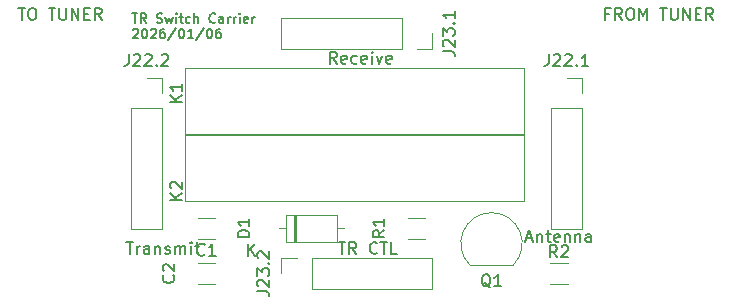
<source format=gbr>
%TF.GenerationSoftware,KiCad,Pcbnew,9.0.6*%
%TF.CreationDate,2026-01-07T20:23:40-06:00*%
%TF.ProjectId,K9HZ_100W_11band_LPF-TR-carrier_01_06_26,4b39485a-5f31-4303-9057-5f313162616e,rev?*%
%TF.SameCoordinates,Original*%
%TF.FileFunction,Legend,Top*%
%TF.FilePolarity,Positive*%
%FSLAX46Y46*%
G04 Gerber Fmt 4.6, Leading zero omitted, Abs format (unit mm)*
G04 Created by KiCad (PCBNEW 9.0.6) date 2026-01-07 20:23:40*
%MOMM*%
%LPD*%
G01*
G04 APERTURE LIST*
%ADD10C,0.150000*%
%ADD11C,0.120000*%
G04 APERTURE END LIST*
D10*
X72583922Y-96405819D02*
X73155350Y-96405819D01*
X72869636Y-97405819D02*
X72869636Y-96405819D01*
X73488684Y-97405819D02*
X73488684Y-96739152D01*
X73488684Y-96929628D02*
X73536303Y-96834390D01*
X73536303Y-96834390D02*
X73583922Y-96786771D01*
X73583922Y-96786771D02*
X73679160Y-96739152D01*
X73679160Y-96739152D02*
X73774398Y-96739152D01*
X74536303Y-97405819D02*
X74536303Y-96882009D01*
X74536303Y-96882009D02*
X74488684Y-96786771D01*
X74488684Y-96786771D02*
X74393446Y-96739152D01*
X74393446Y-96739152D02*
X74202970Y-96739152D01*
X74202970Y-96739152D02*
X74107732Y-96786771D01*
X74536303Y-97358200D02*
X74441065Y-97405819D01*
X74441065Y-97405819D02*
X74202970Y-97405819D01*
X74202970Y-97405819D02*
X74107732Y-97358200D01*
X74107732Y-97358200D02*
X74060113Y-97262961D01*
X74060113Y-97262961D02*
X74060113Y-97167723D01*
X74060113Y-97167723D02*
X74107732Y-97072485D01*
X74107732Y-97072485D02*
X74202970Y-97024866D01*
X74202970Y-97024866D02*
X74441065Y-97024866D01*
X74441065Y-97024866D02*
X74536303Y-96977247D01*
X75012494Y-96739152D02*
X75012494Y-97405819D01*
X75012494Y-96834390D02*
X75060113Y-96786771D01*
X75060113Y-96786771D02*
X75155351Y-96739152D01*
X75155351Y-96739152D02*
X75298208Y-96739152D01*
X75298208Y-96739152D02*
X75393446Y-96786771D01*
X75393446Y-96786771D02*
X75441065Y-96882009D01*
X75441065Y-96882009D02*
X75441065Y-97405819D01*
X75869637Y-97358200D02*
X75964875Y-97405819D01*
X75964875Y-97405819D02*
X76155351Y-97405819D01*
X76155351Y-97405819D02*
X76250589Y-97358200D01*
X76250589Y-97358200D02*
X76298208Y-97262961D01*
X76298208Y-97262961D02*
X76298208Y-97215342D01*
X76298208Y-97215342D02*
X76250589Y-97120104D01*
X76250589Y-97120104D02*
X76155351Y-97072485D01*
X76155351Y-97072485D02*
X76012494Y-97072485D01*
X76012494Y-97072485D02*
X75917256Y-97024866D01*
X75917256Y-97024866D02*
X75869637Y-96929628D01*
X75869637Y-96929628D02*
X75869637Y-96882009D01*
X75869637Y-96882009D02*
X75917256Y-96786771D01*
X75917256Y-96786771D02*
X76012494Y-96739152D01*
X76012494Y-96739152D02*
X76155351Y-96739152D01*
X76155351Y-96739152D02*
X76250589Y-96786771D01*
X76726780Y-97405819D02*
X76726780Y-96739152D01*
X76726780Y-96834390D02*
X76774399Y-96786771D01*
X76774399Y-96786771D02*
X76869637Y-96739152D01*
X76869637Y-96739152D02*
X77012494Y-96739152D01*
X77012494Y-96739152D02*
X77107732Y-96786771D01*
X77107732Y-96786771D02*
X77155351Y-96882009D01*
X77155351Y-96882009D02*
X77155351Y-97405819D01*
X77155351Y-96882009D02*
X77202970Y-96786771D01*
X77202970Y-96786771D02*
X77298208Y-96739152D01*
X77298208Y-96739152D02*
X77441065Y-96739152D01*
X77441065Y-96739152D02*
X77536304Y-96786771D01*
X77536304Y-96786771D02*
X77583923Y-96882009D01*
X77583923Y-96882009D02*
X77583923Y-97405819D01*
X78060113Y-97405819D02*
X78060113Y-96739152D01*
X78060113Y-96405819D02*
X78012494Y-96453438D01*
X78012494Y-96453438D02*
X78060113Y-96501057D01*
X78060113Y-96501057D02*
X78107732Y-96453438D01*
X78107732Y-96453438D02*
X78060113Y-96405819D01*
X78060113Y-96405819D02*
X78060113Y-96501057D01*
X78393446Y-96739152D02*
X78774398Y-96739152D01*
X78536303Y-96405819D02*
X78536303Y-97262961D01*
X78536303Y-97262961D02*
X78583922Y-97358200D01*
X78583922Y-97358200D02*
X78679160Y-97405819D01*
X78679160Y-97405819D02*
X78774398Y-97405819D01*
X90392407Y-81302219D02*
X90059074Y-80826028D01*
X89820979Y-81302219D02*
X89820979Y-80302219D01*
X89820979Y-80302219D02*
X90201931Y-80302219D01*
X90201931Y-80302219D02*
X90297169Y-80349838D01*
X90297169Y-80349838D02*
X90344788Y-80397457D01*
X90344788Y-80397457D02*
X90392407Y-80492695D01*
X90392407Y-80492695D02*
X90392407Y-80635552D01*
X90392407Y-80635552D02*
X90344788Y-80730790D01*
X90344788Y-80730790D02*
X90297169Y-80778409D01*
X90297169Y-80778409D02*
X90201931Y-80826028D01*
X90201931Y-80826028D02*
X89820979Y-80826028D01*
X91201931Y-81254600D02*
X91106693Y-81302219D01*
X91106693Y-81302219D02*
X90916217Y-81302219D01*
X90916217Y-81302219D02*
X90820979Y-81254600D01*
X90820979Y-81254600D02*
X90773360Y-81159361D01*
X90773360Y-81159361D02*
X90773360Y-80778409D01*
X90773360Y-80778409D02*
X90820979Y-80683171D01*
X90820979Y-80683171D02*
X90916217Y-80635552D01*
X90916217Y-80635552D02*
X91106693Y-80635552D01*
X91106693Y-80635552D02*
X91201931Y-80683171D01*
X91201931Y-80683171D02*
X91249550Y-80778409D01*
X91249550Y-80778409D02*
X91249550Y-80873647D01*
X91249550Y-80873647D02*
X90773360Y-80968885D01*
X92106693Y-81254600D02*
X92011455Y-81302219D01*
X92011455Y-81302219D02*
X91820979Y-81302219D01*
X91820979Y-81302219D02*
X91725741Y-81254600D01*
X91725741Y-81254600D02*
X91678122Y-81206980D01*
X91678122Y-81206980D02*
X91630503Y-81111742D01*
X91630503Y-81111742D02*
X91630503Y-80826028D01*
X91630503Y-80826028D02*
X91678122Y-80730790D01*
X91678122Y-80730790D02*
X91725741Y-80683171D01*
X91725741Y-80683171D02*
X91820979Y-80635552D01*
X91820979Y-80635552D02*
X92011455Y-80635552D01*
X92011455Y-80635552D02*
X92106693Y-80683171D01*
X92916217Y-81254600D02*
X92820979Y-81302219D01*
X92820979Y-81302219D02*
X92630503Y-81302219D01*
X92630503Y-81302219D02*
X92535265Y-81254600D01*
X92535265Y-81254600D02*
X92487646Y-81159361D01*
X92487646Y-81159361D02*
X92487646Y-80778409D01*
X92487646Y-80778409D02*
X92535265Y-80683171D01*
X92535265Y-80683171D02*
X92630503Y-80635552D01*
X92630503Y-80635552D02*
X92820979Y-80635552D01*
X92820979Y-80635552D02*
X92916217Y-80683171D01*
X92916217Y-80683171D02*
X92963836Y-80778409D01*
X92963836Y-80778409D02*
X92963836Y-80873647D01*
X92963836Y-80873647D02*
X92487646Y-80968885D01*
X93392408Y-81302219D02*
X93392408Y-80635552D01*
X93392408Y-80302219D02*
X93344789Y-80349838D01*
X93344789Y-80349838D02*
X93392408Y-80397457D01*
X93392408Y-80397457D02*
X93440027Y-80349838D01*
X93440027Y-80349838D02*
X93392408Y-80302219D01*
X93392408Y-80302219D02*
X93392408Y-80397457D01*
X93773360Y-80635552D02*
X94011455Y-81302219D01*
X94011455Y-81302219D02*
X94249550Y-80635552D01*
X95011455Y-81254600D02*
X94916217Y-81302219D01*
X94916217Y-81302219D02*
X94725741Y-81302219D01*
X94725741Y-81302219D02*
X94630503Y-81254600D01*
X94630503Y-81254600D02*
X94582884Y-81159361D01*
X94582884Y-81159361D02*
X94582884Y-80778409D01*
X94582884Y-80778409D02*
X94630503Y-80683171D01*
X94630503Y-80683171D02*
X94725741Y-80635552D01*
X94725741Y-80635552D02*
X94916217Y-80635552D01*
X94916217Y-80635552D02*
X95011455Y-80683171D01*
X95011455Y-80683171D02*
X95059074Y-80778409D01*
X95059074Y-80778409D02*
X95059074Y-80873647D01*
X95059074Y-80873647D02*
X94582884Y-80968885D01*
X106461160Y-96104104D02*
X106937350Y-96104104D01*
X106365922Y-96389819D02*
X106699255Y-95389819D01*
X106699255Y-95389819D02*
X107032588Y-96389819D01*
X107365922Y-95723152D02*
X107365922Y-96389819D01*
X107365922Y-95818390D02*
X107413541Y-95770771D01*
X107413541Y-95770771D02*
X107508779Y-95723152D01*
X107508779Y-95723152D02*
X107651636Y-95723152D01*
X107651636Y-95723152D02*
X107746874Y-95770771D01*
X107746874Y-95770771D02*
X107794493Y-95866009D01*
X107794493Y-95866009D02*
X107794493Y-96389819D01*
X108127827Y-95723152D02*
X108508779Y-95723152D01*
X108270684Y-95389819D02*
X108270684Y-96246961D01*
X108270684Y-96246961D02*
X108318303Y-96342200D01*
X108318303Y-96342200D02*
X108413541Y-96389819D01*
X108413541Y-96389819D02*
X108508779Y-96389819D01*
X109223065Y-96342200D02*
X109127827Y-96389819D01*
X109127827Y-96389819D02*
X108937351Y-96389819D01*
X108937351Y-96389819D02*
X108842113Y-96342200D01*
X108842113Y-96342200D02*
X108794494Y-96246961D01*
X108794494Y-96246961D02*
X108794494Y-95866009D01*
X108794494Y-95866009D02*
X108842113Y-95770771D01*
X108842113Y-95770771D02*
X108937351Y-95723152D01*
X108937351Y-95723152D02*
X109127827Y-95723152D01*
X109127827Y-95723152D02*
X109223065Y-95770771D01*
X109223065Y-95770771D02*
X109270684Y-95866009D01*
X109270684Y-95866009D02*
X109270684Y-95961247D01*
X109270684Y-95961247D02*
X108794494Y-96056485D01*
X109699256Y-95723152D02*
X109699256Y-96389819D01*
X109699256Y-95818390D02*
X109746875Y-95770771D01*
X109746875Y-95770771D02*
X109842113Y-95723152D01*
X109842113Y-95723152D02*
X109984970Y-95723152D01*
X109984970Y-95723152D02*
X110080208Y-95770771D01*
X110080208Y-95770771D02*
X110127827Y-95866009D01*
X110127827Y-95866009D02*
X110127827Y-96389819D01*
X110604018Y-95723152D02*
X110604018Y-96389819D01*
X110604018Y-95818390D02*
X110651637Y-95770771D01*
X110651637Y-95770771D02*
X110746875Y-95723152D01*
X110746875Y-95723152D02*
X110889732Y-95723152D01*
X110889732Y-95723152D02*
X110984970Y-95770771D01*
X110984970Y-95770771D02*
X111032589Y-95866009D01*
X111032589Y-95866009D02*
X111032589Y-96389819D01*
X111937351Y-96389819D02*
X111937351Y-95866009D01*
X111937351Y-95866009D02*
X111889732Y-95770771D01*
X111889732Y-95770771D02*
X111794494Y-95723152D01*
X111794494Y-95723152D02*
X111604018Y-95723152D01*
X111604018Y-95723152D02*
X111508780Y-95770771D01*
X111937351Y-96342200D02*
X111842113Y-96389819D01*
X111842113Y-96389819D02*
X111604018Y-96389819D01*
X111604018Y-96389819D02*
X111508780Y-96342200D01*
X111508780Y-96342200D02*
X111461161Y-96246961D01*
X111461161Y-96246961D02*
X111461161Y-96151723D01*
X111461161Y-96151723D02*
X111508780Y-96056485D01*
X111508780Y-96056485D02*
X111604018Y-96008866D01*
X111604018Y-96008866D02*
X111842113Y-96008866D01*
X111842113Y-96008866D02*
X111937351Y-95961247D01*
X113446112Y-77070009D02*
X113112779Y-77070009D01*
X113112779Y-77593819D02*
X113112779Y-76593819D01*
X113112779Y-76593819D02*
X113588969Y-76593819D01*
X114541350Y-77593819D02*
X114208017Y-77117628D01*
X113969922Y-77593819D02*
X113969922Y-76593819D01*
X113969922Y-76593819D02*
X114350874Y-76593819D01*
X114350874Y-76593819D02*
X114446112Y-76641438D01*
X114446112Y-76641438D02*
X114493731Y-76689057D01*
X114493731Y-76689057D02*
X114541350Y-76784295D01*
X114541350Y-76784295D02*
X114541350Y-76927152D01*
X114541350Y-76927152D02*
X114493731Y-77022390D01*
X114493731Y-77022390D02*
X114446112Y-77070009D01*
X114446112Y-77070009D02*
X114350874Y-77117628D01*
X114350874Y-77117628D02*
X113969922Y-77117628D01*
X115160398Y-76593819D02*
X115350874Y-76593819D01*
X115350874Y-76593819D02*
X115446112Y-76641438D01*
X115446112Y-76641438D02*
X115541350Y-76736676D01*
X115541350Y-76736676D02*
X115588969Y-76927152D01*
X115588969Y-76927152D02*
X115588969Y-77260485D01*
X115588969Y-77260485D02*
X115541350Y-77450961D01*
X115541350Y-77450961D02*
X115446112Y-77546200D01*
X115446112Y-77546200D02*
X115350874Y-77593819D01*
X115350874Y-77593819D02*
X115160398Y-77593819D01*
X115160398Y-77593819D02*
X115065160Y-77546200D01*
X115065160Y-77546200D02*
X114969922Y-77450961D01*
X114969922Y-77450961D02*
X114922303Y-77260485D01*
X114922303Y-77260485D02*
X114922303Y-76927152D01*
X114922303Y-76927152D02*
X114969922Y-76736676D01*
X114969922Y-76736676D02*
X115065160Y-76641438D01*
X115065160Y-76641438D02*
X115160398Y-76593819D01*
X116017541Y-77593819D02*
X116017541Y-76593819D01*
X116017541Y-76593819D02*
X116350874Y-77308104D01*
X116350874Y-77308104D02*
X116684207Y-76593819D01*
X116684207Y-76593819D02*
X116684207Y-77593819D01*
X117779446Y-76593819D02*
X118350874Y-76593819D01*
X118065160Y-77593819D02*
X118065160Y-76593819D01*
X118684208Y-76593819D02*
X118684208Y-77403342D01*
X118684208Y-77403342D02*
X118731827Y-77498580D01*
X118731827Y-77498580D02*
X118779446Y-77546200D01*
X118779446Y-77546200D02*
X118874684Y-77593819D01*
X118874684Y-77593819D02*
X119065160Y-77593819D01*
X119065160Y-77593819D02*
X119160398Y-77546200D01*
X119160398Y-77546200D02*
X119208017Y-77498580D01*
X119208017Y-77498580D02*
X119255636Y-77403342D01*
X119255636Y-77403342D02*
X119255636Y-76593819D01*
X119731827Y-77593819D02*
X119731827Y-76593819D01*
X119731827Y-76593819D02*
X120303255Y-77593819D01*
X120303255Y-77593819D02*
X120303255Y-76593819D01*
X120779446Y-77070009D02*
X121112779Y-77070009D01*
X121255636Y-77593819D02*
X120779446Y-77593819D01*
X120779446Y-77593819D02*
X120779446Y-76593819D01*
X120779446Y-76593819D02*
X121255636Y-76593819D01*
X122255636Y-77593819D02*
X121922303Y-77117628D01*
X121684208Y-77593819D02*
X121684208Y-76593819D01*
X121684208Y-76593819D02*
X122065160Y-76593819D01*
X122065160Y-76593819D02*
X122160398Y-76641438D01*
X122160398Y-76641438D02*
X122208017Y-76689057D01*
X122208017Y-76689057D02*
X122255636Y-76784295D01*
X122255636Y-76784295D02*
X122255636Y-76927152D01*
X122255636Y-76927152D02*
X122208017Y-77022390D01*
X122208017Y-77022390D02*
X122160398Y-77070009D01*
X122160398Y-77070009D02*
X122065160Y-77117628D01*
X122065160Y-77117628D02*
X121684208Y-77117628D01*
X90567122Y-96405819D02*
X91138550Y-96405819D01*
X90852836Y-97405819D02*
X90852836Y-96405819D01*
X92043312Y-97405819D02*
X91709979Y-96929628D01*
X91471884Y-97405819D02*
X91471884Y-96405819D01*
X91471884Y-96405819D02*
X91852836Y-96405819D01*
X91852836Y-96405819D02*
X91948074Y-96453438D01*
X91948074Y-96453438D02*
X91995693Y-96501057D01*
X91995693Y-96501057D02*
X92043312Y-96596295D01*
X92043312Y-96596295D02*
X92043312Y-96739152D01*
X92043312Y-96739152D02*
X91995693Y-96834390D01*
X91995693Y-96834390D02*
X91948074Y-96882009D01*
X91948074Y-96882009D02*
X91852836Y-96929628D01*
X91852836Y-96929628D02*
X91471884Y-96929628D01*
X93805217Y-97310580D02*
X93757598Y-97358200D01*
X93757598Y-97358200D02*
X93614741Y-97405819D01*
X93614741Y-97405819D02*
X93519503Y-97405819D01*
X93519503Y-97405819D02*
X93376646Y-97358200D01*
X93376646Y-97358200D02*
X93281408Y-97262961D01*
X93281408Y-97262961D02*
X93233789Y-97167723D01*
X93233789Y-97167723D02*
X93186170Y-96977247D01*
X93186170Y-96977247D02*
X93186170Y-96834390D01*
X93186170Y-96834390D02*
X93233789Y-96643914D01*
X93233789Y-96643914D02*
X93281408Y-96548676D01*
X93281408Y-96548676D02*
X93376646Y-96453438D01*
X93376646Y-96453438D02*
X93519503Y-96405819D01*
X93519503Y-96405819D02*
X93614741Y-96405819D01*
X93614741Y-96405819D02*
X93757598Y-96453438D01*
X93757598Y-96453438D02*
X93805217Y-96501057D01*
X94090932Y-96405819D02*
X94662360Y-96405819D01*
X94376646Y-97405819D02*
X94376646Y-96405819D01*
X95471884Y-97405819D02*
X94995694Y-97405819D01*
X94995694Y-97405819D02*
X94995694Y-96405819D01*
X63439922Y-76593819D02*
X64011350Y-76593819D01*
X63725636Y-77593819D02*
X63725636Y-76593819D01*
X64535160Y-76593819D02*
X64725636Y-76593819D01*
X64725636Y-76593819D02*
X64820874Y-76641438D01*
X64820874Y-76641438D02*
X64916112Y-76736676D01*
X64916112Y-76736676D02*
X64963731Y-76927152D01*
X64963731Y-76927152D02*
X64963731Y-77260485D01*
X64963731Y-77260485D02*
X64916112Y-77450961D01*
X64916112Y-77450961D02*
X64820874Y-77546200D01*
X64820874Y-77546200D02*
X64725636Y-77593819D01*
X64725636Y-77593819D02*
X64535160Y-77593819D01*
X64535160Y-77593819D02*
X64439922Y-77546200D01*
X64439922Y-77546200D02*
X64344684Y-77450961D01*
X64344684Y-77450961D02*
X64297065Y-77260485D01*
X64297065Y-77260485D02*
X64297065Y-76927152D01*
X64297065Y-76927152D02*
X64344684Y-76736676D01*
X64344684Y-76736676D02*
X64439922Y-76641438D01*
X64439922Y-76641438D02*
X64535160Y-76593819D01*
X66011351Y-76593819D02*
X66582779Y-76593819D01*
X66297065Y-77593819D02*
X66297065Y-76593819D01*
X66916113Y-76593819D02*
X66916113Y-77403342D01*
X66916113Y-77403342D02*
X66963732Y-77498580D01*
X66963732Y-77498580D02*
X67011351Y-77546200D01*
X67011351Y-77546200D02*
X67106589Y-77593819D01*
X67106589Y-77593819D02*
X67297065Y-77593819D01*
X67297065Y-77593819D02*
X67392303Y-77546200D01*
X67392303Y-77546200D02*
X67439922Y-77498580D01*
X67439922Y-77498580D02*
X67487541Y-77403342D01*
X67487541Y-77403342D02*
X67487541Y-76593819D01*
X67963732Y-77593819D02*
X67963732Y-76593819D01*
X67963732Y-76593819D02*
X68535160Y-77593819D01*
X68535160Y-77593819D02*
X68535160Y-76593819D01*
X69011351Y-77070009D02*
X69344684Y-77070009D01*
X69487541Y-77593819D02*
X69011351Y-77593819D01*
X69011351Y-77593819D02*
X69011351Y-76593819D01*
X69011351Y-76593819D02*
X69487541Y-76593819D01*
X70487541Y-77593819D02*
X70154208Y-77117628D01*
X69916113Y-77593819D02*
X69916113Y-76593819D01*
X69916113Y-76593819D02*
X70297065Y-76593819D01*
X70297065Y-76593819D02*
X70392303Y-76641438D01*
X70392303Y-76641438D02*
X70439922Y-76689057D01*
X70439922Y-76689057D02*
X70487541Y-76784295D01*
X70487541Y-76784295D02*
X70487541Y-76927152D01*
X70487541Y-76927152D02*
X70439922Y-77022390D01*
X70439922Y-77022390D02*
X70392303Y-77070009D01*
X70392303Y-77070009D02*
X70297065Y-77117628D01*
X70297065Y-77117628D02*
X69916113Y-77117628D01*
X73072874Y-77054340D02*
X73530017Y-77054340D01*
X73301445Y-77854340D02*
X73301445Y-77054340D01*
X74253827Y-77854340D02*
X73987160Y-77473387D01*
X73796684Y-77854340D02*
X73796684Y-77054340D01*
X73796684Y-77054340D02*
X74101446Y-77054340D01*
X74101446Y-77054340D02*
X74177636Y-77092435D01*
X74177636Y-77092435D02*
X74215731Y-77130530D01*
X74215731Y-77130530D02*
X74253827Y-77206721D01*
X74253827Y-77206721D02*
X74253827Y-77321006D01*
X74253827Y-77321006D02*
X74215731Y-77397197D01*
X74215731Y-77397197D02*
X74177636Y-77435292D01*
X74177636Y-77435292D02*
X74101446Y-77473387D01*
X74101446Y-77473387D02*
X73796684Y-77473387D01*
X75168112Y-77816245D02*
X75282398Y-77854340D01*
X75282398Y-77854340D02*
X75472874Y-77854340D01*
X75472874Y-77854340D02*
X75549065Y-77816245D01*
X75549065Y-77816245D02*
X75587160Y-77778149D01*
X75587160Y-77778149D02*
X75625255Y-77701959D01*
X75625255Y-77701959D02*
X75625255Y-77625768D01*
X75625255Y-77625768D02*
X75587160Y-77549578D01*
X75587160Y-77549578D02*
X75549065Y-77511483D01*
X75549065Y-77511483D02*
X75472874Y-77473387D01*
X75472874Y-77473387D02*
X75320493Y-77435292D01*
X75320493Y-77435292D02*
X75244303Y-77397197D01*
X75244303Y-77397197D02*
X75206208Y-77359102D01*
X75206208Y-77359102D02*
X75168112Y-77282911D01*
X75168112Y-77282911D02*
X75168112Y-77206721D01*
X75168112Y-77206721D02*
X75206208Y-77130530D01*
X75206208Y-77130530D02*
X75244303Y-77092435D01*
X75244303Y-77092435D02*
X75320493Y-77054340D01*
X75320493Y-77054340D02*
X75510970Y-77054340D01*
X75510970Y-77054340D02*
X75625255Y-77092435D01*
X75891922Y-77321006D02*
X76044303Y-77854340D01*
X76044303Y-77854340D02*
X76196684Y-77473387D01*
X76196684Y-77473387D02*
X76349065Y-77854340D01*
X76349065Y-77854340D02*
X76501446Y-77321006D01*
X76806208Y-77854340D02*
X76806208Y-77321006D01*
X76806208Y-77054340D02*
X76768112Y-77092435D01*
X76768112Y-77092435D02*
X76806208Y-77130530D01*
X76806208Y-77130530D02*
X76844303Y-77092435D01*
X76844303Y-77092435D02*
X76806208Y-77054340D01*
X76806208Y-77054340D02*
X76806208Y-77130530D01*
X77072874Y-77321006D02*
X77377636Y-77321006D01*
X77187160Y-77054340D02*
X77187160Y-77740054D01*
X77187160Y-77740054D02*
X77225255Y-77816245D01*
X77225255Y-77816245D02*
X77301445Y-77854340D01*
X77301445Y-77854340D02*
X77377636Y-77854340D01*
X77987160Y-77816245D02*
X77910969Y-77854340D01*
X77910969Y-77854340D02*
X77758588Y-77854340D01*
X77758588Y-77854340D02*
X77682398Y-77816245D01*
X77682398Y-77816245D02*
X77644303Y-77778149D01*
X77644303Y-77778149D02*
X77606207Y-77701959D01*
X77606207Y-77701959D02*
X77606207Y-77473387D01*
X77606207Y-77473387D02*
X77644303Y-77397197D01*
X77644303Y-77397197D02*
X77682398Y-77359102D01*
X77682398Y-77359102D02*
X77758588Y-77321006D01*
X77758588Y-77321006D02*
X77910969Y-77321006D01*
X77910969Y-77321006D02*
X77987160Y-77359102D01*
X78330017Y-77854340D02*
X78330017Y-77054340D01*
X78672874Y-77854340D02*
X78672874Y-77435292D01*
X78672874Y-77435292D02*
X78634779Y-77359102D01*
X78634779Y-77359102D02*
X78558588Y-77321006D01*
X78558588Y-77321006D02*
X78444302Y-77321006D01*
X78444302Y-77321006D02*
X78368112Y-77359102D01*
X78368112Y-77359102D02*
X78330017Y-77397197D01*
X80120494Y-77778149D02*
X80082398Y-77816245D01*
X80082398Y-77816245D02*
X79968113Y-77854340D01*
X79968113Y-77854340D02*
X79891922Y-77854340D01*
X79891922Y-77854340D02*
X79777636Y-77816245D01*
X79777636Y-77816245D02*
X79701446Y-77740054D01*
X79701446Y-77740054D02*
X79663351Y-77663864D01*
X79663351Y-77663864D02*
X79625255Y-77511483D01*
X79625255Y-77511483D02*
X79625255Y-77397197D01*
X79625255Y-77397197D02*
X79663351Y-77244816D01*
X79663351Y-77244816D02*
X79701446Y-77168625D01*
X79701446Y-77168625D02*
X79777636Y-77092435D01*
X79777636Y-77092435D02*
X79891922Y-77054340D01*
X79891922Y-77054340D02*
X79968113Y-77054340D01*
X79968113Y-77054340D02*
X80082398Y-77092435D01*
X80082398Y-77092435D02*
X80120494Y-77130530D01*
X80806208Y-77854340D02*
X80806208Y-77435292D01*
X80806208Y-77435292D02*
X80768113Y-77359102D01*
X80768113Y-77359102D02*
X80691922Y-77321006D01*
X80691922Y-77321006D02*
X80539541Y-77321006D01*
X80539541Y-77321006D02*
X80463351Y-77359102D01*
X80806208Y-77816245D02*
X80730017Y-77854340D01*
X80730017Y-77854340D02*
X80539541Y-77854340D01*
X80539541Y-77854340D02*
X80463351Y-77816245D01*
X80463351Y-77816245D02*
X80425255Y-77740054D01*
X80425255Y-77740054D02*
X80425255Y-77663864D01*
X80425255Y-77663864D02*
X80463351Y-77587673D01*
X80463351Y-77587673D02*
X80539541Y-77549578D01*
X80539541Y-77549578D02*
X80730017Y-77549578D01*
X80730017Y-77549578D02*
X80806208Y-77511483D01*
X81187161Y-77854340D02*
X81187161Y-77321006D01*
X81187161Y-77473387D02*
X81225256Y-77397197D01*
X81225256Y-77397197D02*
X81263351Y-77359102D01*
X81263351Y-77359102D02*
X81339542Y-77321006D01*
X81339542Y-77321006D02*
X81415732Y-77321006D01*
X81682399Y-77854340D02*
X81682399Y-77321006D01*
X81682399Y-77473387D02*
X81720494Y-77397197D01*
X81720494Y-77397197D02*
X81758589Y-77359102D01*
X81758589Y-77359102D02*
X81834780Y-77321006D01*
X81834780Y-77321006D02*
X81910970Y-77321006D01*
X82177637Y-77854340D02*
X82177637Y-77321006D01*
X82177637Y-77054340D02*
X82139541Y-77092435D01*
X82139541Y-77092435D02*
X82177637Y-77130530D01*
X82177637Y-77130530D02*
X82215732Y-77092435D01*
X82215732Y-77092435D02*
X82177637Y-77054340D01*
X82177637Y-77054340D02*
X82177637Y-77130530D01*
X82863351Y-77816245D02*
X82787160Y-77854340D01*
X82787160Y-77854340D02*
X82634779Y-77854340D01*
X82634779Y-77854340D02*
X82558589Y-77816245D01*
X82558589Y-77816245D02*
X82520493Y-77740054D01*
X82520493Y-77740054D02*
X82520493Y-77435292D01*
X82520493Y-77435292D02*
X82558589Y-77359102D01*
X82558589Y-77359102D02*
X82634779Y-77321006D01*
X82634779Y-77321006D02*
X82787160Y-77321006D01*
X82787160Y-77321006D02*
X82863351Y-77359102D01*
X82863351Y-77359102D02*
X82901446Y-77435292D01*
X82901446Y-77435292D02*
X82901446Y-77511483D01*
X82901446Y-77511483D02*
X82520493Y-77587673D01*
X83244303Y-77854340D02*
X83244303Y-77321006D01*
X83244303Y-77473387D02*
X83282398Y-77397197D01*
X83282398Y-77397197D02*
X83320493Y-77359102D01*
X83320493Y-77359102D02*
X83396684Y-77321006D01*
X83396684Y-77321006D02*
X83472874Y-77321006D01*
X73149064Y-78418485D02*
X73187160Y-78380390D01*
X73187160Y-78380390D02*
X73263350Y-78342295D01*
X73263350Y-78342295D02*
X73453826Y-78342295D01*
X73453826Y-78342295D02*
X73530017Y-78380390D01*
X73530017Y-78380390D02*
X73568112Y-78418485D01*
X73568112Y-78418485D02*
X73606207Y-78494676D01*
X73606207Y-78494676D02*
X73606207Y-78570866D01*
X73606207Y-78570866D02*
X73568112Y-78685152D01*
X73568112Y-78685152D02*
X73110969Y-79142295D01*
X73110969Y-79142295D02*
X73606207Y-79142295D01*
X74101446Y-78342295D02*
X74177636Y-78342295D01*
X74177636Y-78342295D02*
X74253827Y-78380390D01*
X74253827Y-78380390D02*
X74291922Y-78418485D01*
X74291922Y-78418485D02*
X74330017Y-78494676D01*
X74330017Y-78494676D02*
X74368112Y-78647057D01*
X74368112Y-78647057D02*
X74368112Y-78837533D01*
X74368112Y-78837533D02*
X74330017Y-78989914D01*
X74330017Y-78989914D02*
X74291922Y-79066104D01*
X74291922Y-79066104D02*
X74253827Y-79104200D01*
X74253827Y-79104200D02*
X74177636Y-79142295D01*
X74177636Y-79142295D02*
X74101446Y-79142295D01*
X74101446Y-79142295D02*
X74025255Y-79104200D01*
X74025255Y-79104200D02*
X73987160Y-79066104D01*
X73987160Y-79066104D02*
X73949065Y-78989914D01*
X73949065Y-78989914D02*
X73910969Y-78837533D01*
X73910969Y-78837533D02*
X73910969Y-78647057D01*
X73910969Y-78647057D02*
X73949065Y-78494676D01*
X73949065Y-78494676D02*
X73987160Y-78418485D01*
X73987160Y-78418485D02*
X74025255Y-78380390D01*
X74025255Y-78380390D02*
X74101446Y-78342295D01*
X74672874Y-78418485D02*
X74710970Y-78380390D01*
X74710970Y-78380390D02*
X74787160Y-78342295D01*
X74787160Y-78342295D02*
X74977636Y-78342295D01*
X74977636Y-78342295D02*
X75053827Y-78380390D01*
X75053827Y-78380390D02*
X75091922Y-78418485D01*
X75091922Y-78418485D02*
X75130017Y-78494676D01*
X75130017Y-78494676D02*
X75130017Y-78570866D01*
X75130017Y-78570866D02*
X75091922Y-78685152D01*
X75091922Y-78685152D02*
X74634779Y-79142295D01*
X74634779Y-79142295D02*
X75130017Y-79142295D01*
X75815732Y-78342295D02*
X75663351Y-78342295D01*
X75663351Y-78342295D02*
X75587160Y-78380390D01*
X75587160Y-78380390D02*
X75549065Y-78418485D01*
X75549065Y-78418485D02*
X75472875Y-78532771D01*
X75472875Y-78532771D02*
X75434779Y-78685152D01*
X75434779Y-78685152D02*
X75434779Y-78989914D01*
X75434779Y-78989914D02*
X75472875Y-79066104D01*
X75472875Y-79066104D02*
X75510970Y-79104200D01*
X75510970Y-79104200D02*
X75587160Y-79142295D01*
X75587160Y-79142295D02*
X75739541Y-79142295D01*
X75739541Y-79142295D02*
X75815732Y-79104200D01*
X75815732Y-79104200D02*
X75853827Y-79066104D01*
X75853827Y-79066104D02*
X75891922Y-78989914D01*
X75891922Y-78989914D02*
X75891922Y-78799438D01*
X75891922Y-78799438D02*
X75853827Y-78723247D01*
X75853827Y-78723247D02*
X75815732Y-78685152D01*
X75815732Y-78685152D02*
X75739541Y-78647057D01*
X75739541Y-78647057D02*
X75587160Y-78647057D01*
X75587160Y-78647057D02*
X75510970Y-78685152D01*
X75510970Y-78685152D02*
X75472875Y-78723247D01*
X75472875Y-78723247D02*
X75434779Y-78799438D01*
X76806208Y-78304200D02*
X76120494Y-79332771D01*
X77225256Y-78342295D02*
X77301446Y-78342295D01*
X77301446Y-78342295D02*
X77377637Y-78380390D01*
X77377637Y-78380390D02*
X77415732Y-78418485D01*
X77415732Y-78418485D02*
X77453827Y-78494676D01*
X77453827Y-78494676D02*
X77491922Y-78647057D01*
X77491922Y-78647057D02*
X77491922Y-78837533D01*
X77491922Y-78837533D02*
X77453827Y-78989914D01*
X77453827Y-78989914D02*
X77415732Y-79066104D01*
X77415732Y-79066104D02*
X77377637Y-79104200D01*
X77377637Y-79104200D02*
X77301446Y-79142295D01*
X77301446Y-79142295D02*
X77225256Y-79142295D01*
X77225256Y-79142295D02*
X77149065Y-79104200D01*
X77149065Y-79104200D02*
X77110970Y-79066104D01*
X77110970Y-79066104D02*
X77072875Y-78989914D01*
X77072875Y-78989914D02*
X77034779Y-78837533D01*
X77034779Y-78837533D02*
X77034779Y-78647057D01*
X77034779Y-78647057D02*
X77072875Y-78494676D01*
X77072875Y-78494676D02*
X77110970Y-78418485D01*
X77110970Y-78418485D02*
X77149065Y-78380390D01*
X77149065Y-78380390D02*
X77225256Y-78342295D01*
X78253827Y-79142295D02*
X77796684Y-79142295D01*
X78025256Y-79142295D02*
X78025256Y-78342295D01*
X78025256Y-78342295D02*
X77949065Y-78456580D01*
X77949065Y-78456580D02*
X77872875Y-78532771D01*
X77872875Y-78532771D02*
X77796684Y-78570866D01*
X79168113Y-78304200D02*
X78482399Y-79332771D01*
X79587161Y-78342295D02*
X79663351Y-78342295D01*
X79663351Y-78342295D02*
X79739542Y-78380390D01*
X79739542Y-78380390D02*
X79777637Y-78418485D01*
X79777637Y-78418485D02*
X79815732Y-78494676D01*
X79815732Y-78494676D02*
X79853827Y-78647057D01*
X79853827Y-78647057D02*
X79853827Y-78837533D01*
X79853827Y-78837533D02*
X79815732Y-78989914D01*
X79815732Y-78989914D02*
X79777637Y-79066104D01*
X79777637Y-79066104D02*
X79739542Y-79104200D01*
X79739542Y-79104200D02*
X79663351Y-79142295D01*
X79663351Y-79142295D02*
X79587161Y-79142295D01*
X79587161Y-79142295D02*
X79510970Y-79104200D01*
X79510970Y-79104200D02*
X79472875Y-79066104D01*
X79472875Y-79066104D02*
X79434780Y-78989914D01*
X79434780Y-78989914D02*
X79396684Y-78837533D01*
X79396684Y-78837533D02*
X79396684Y-78647057D01*
X79396684Y-78647057D02*
X79434780Y-78494676D01*
X79434780Y-78494676D02*
X79472875Y-78418485D01*
X79472875Y-78418485D02*
X79510970Y-78380390D01*
X79510970Y-78380390D02*
X79587161Y-78342295D01*
X80539542Y-78342295D02*
X80387161Y-78342295D01*
X80387161Y-78342295D02*
X80310970Y-78380390D01*
X80310970Y-78380390D02*
X80272875Y-78418485D01*
X80272875Y-78418485D02*
X80196685Y-78532771D01*
X80196685Y-78532771D02*
X80158589Y-78685152D01*
X80158589Y-78685152D02*
X80158589Y-78989914D01*
X80158589Y-78989914D02*
X80196685Y-79066104D01*
X80196685Y-79066104D02*
X80234780Y-79104200D01*
X80234780Y-79104200D02*
X80310970Y-79142295D01*
X80310970Y-79142295D02*
X80463351Y-79142295D01*
X80463351Y-79142295D02*
X80539542Y-79104200D01*
X80539542Y-79104200D02*
X80577637Y-79066104D01*
X80577637Y-79066104D02*
X80615732Y-78989914D01*
X80615732Y-78989914D02*
X80615732Y-78799438D01*
X80615732Y-78799438D02*
X80577637Y-78723247D01*
X80577637Y-78723247D02*
X80539542Y-78685152D01*
X80539542Y-78685152D02*
X80463351Y-78647057D01*
X80463351Y-78647057D02*
X80310970Y-78647057D01*
X80310970Y-78647057D02*
X80234780Y-78685152D01*
X80234780Y-78685152D02*
X80196685Y-78723247D01*
X80196685Y-78723247D02*
X80158589Y-78799438D01*
X109053333Y-97694819D02*
X108720000Y-97218628D01*
X108481905Y-97694819D02*
X108481905Y-96694819D01*
X108481905Y-96694819D02*
X108862857Y-96694819D01*
X108862857Y-96694819D02*
X108958095Y-96742438D01*
X108958095Y-96742438D02*
X109005714Y-96790057D01*
X109005714Y-96790057D02*
X109053333Y-96885295D01*
X109053333Y-96885295D02*
X109053333Y-97028152D01*
X109053333Y-97028152D02*
X109005714Y-97123390D01*
X109005714Y-97123390D02*
X108958095Y-97171009D01*
X108958095Y-97171009D02*
X108862857Y-97218628D01*
X108862857Y-97218628D02*
X108481905Y-97218628D01*
X109434286Y-96790057D02*
X109481905Y-96742438D01*
X109481905Y-96742438D02*
X109577143Y-96694819D01*
X109577143Y-96694819D02*
X109815238Y-96694819D01*
X109815238Y-96694819D02*
X109910476Y-96742438D01*
X109910476Y-96742438D02*
X109958095Y-96790057D01*
X109958095Y-96790057D02*
X110005714Y-96885295D01*
X110005714Y-96885295D02*
X110005714Y-96980533D01*
X110005714Y-96980533D02*
X109958095Y-97123390D01*
X109958095Y-97123390D02*
X109386667Y-97694819D01*
X109386667Y-97694819D02*
X110005714Y-97694819D01*
X94434819Y-95416666D02*
X93958628Y-95749999D01*
X94434819Y-95988094D02*
X93434819Y-95988094D01*
X93434819Y-95988094D02*
X93434819Y-95607142D01*
X93434819Y-95607142D02*
X93482438Y-95511904D01*
X93482438Y-95511904D02*
X93530057Y-95464285D01*
X93530057Y-95464285D02*
X93625295Y-95416666D01*
X93625295Y-95416666D02*
X93768152Y-95416666D01*
X93768152Y-95416666D02*
X93863390Y-95464285D01*
X93863390Y-95464285D02*
X93911009Y-95511904D01*
X93911009Y-95511904D02*
X93958628Y-95607142D01*
X93958628Y-95607142D02*
X93958628Y-95988094D01*
X94434819Y-94464285D02*
X94434819Y-95035713D01*
X94434819Y-94749999D02*
X93434819Y-94749999D01*
X93434819Y-94749999D02*
X93577676Y-94845237D01*
X93577676Y-94845237D02*
X93672914Y-94940475D01*
X93672914Y-94940475D02*
X93720533Y-95035713D01*
X77289819Y-92813094D02*
X76289819Y-92813094D01*
X77289819Y-92241666D02*
X76718390Y-92670237D01*
X76289819Y-92241666D02*
X76861247Y-92813094D01*
X76385057Y-91860713D02*
X76337438Y-91813094D01*
X76337438Y-91813094D02*
X76289819Y-91717856D01*
X76289819Y-91717856D02*
X76289819Y-91479761D01*
X76289819Y-91479761D02*
X76337438Y-91384523D01*
X76337438Y-91384523D02*
X76385057Y-91336904D01*
X76385057Y-91336904D02*
X76480295Y-91289285D01*
X76480295Y-91289285D02*
X76575533Y-91289285D01*
X76575533Y-91289285D02*
X76718390Y-91336904D01*
X76718390Y-91336904D02*
X77289819Y-91908332D01*
X77289819Y-91908332D02*
X77289819Y-91289285D01*
X79208333Y-97459580D02*
X79160714Y-97507200D01*
X79160714Y-97507200D02*
X79017857Y-97554819D01*
X79017857Y-97554819D02*
X78922619Y-97554819D01*
X78922619Y-97554819D02*
X78779762Y-97507200D01*
X78779762Y-97507200D02*
X78684524Y-97411961D01*
X78684524Y-97411961D02*
X78636905Y-97316723D01*
X78636905Y-97316723D02*
X78589286Y-97126247D01*
X78589286Y-97126247D02*
X78589286Y-96983390D01*
X78589286Y-96983390D02*
X78636905Y-96792914D01*
X78636905Y-96792914D02*
X78684524Y-96697676D01*
X78684524Y-96697676D02*
X78779762Y-96602438D01*
X78779762Y-96602438D02*
X78922619Y-96554819D01*
X78922619Y-96554819D02*
X79017857Y-96554819D01*
X79017857Y-96554819D02*
X79160714Y-96602438D01*
X79160714Y-96602438D02*
X79208333Y-96650057D01*
X80160714Y-97554819D02*
X79589286Y-97554819D01*
X79875000Y-97554819D02*
X79875000Y-96554819D01*
X79875000Y-96554819D02*
X79779762Y-96697676D01*
X79779762Y-96697676D02*
X79684524Y-96792914D01*
X79684524Y-96792914D02*
X79589286Y-96840533D01*
X72771190Y-80504819D02*
X72771190Y-81219104D01*
X72771190Y-81219104D02*
X72723571Y-81361961D01*
X72723571Y-81361961D02*
X72628333Y-81457200D01*
X72628333Y-81457200D02*
X72485476Y-81504819D01*
X72485476Y-81504819D02*
X72390238Y-81504819D01*
X73199762Y-80600057D02*
X73247381Y-80552438D01*
X73247381Y-80552438D02*
X73342619Y-80504819D01*
X73342619Y-80504819D02*
X73580714Y-80504819D01*
X73580714Y-80504819D02*
X73675952Y-80552438D01*
X73675952Y-80552438D02*
X73723571Y-80600057D01*
X73723571Y-80600057D02*
X73771190Y-80695295D01*
X73771190Y-80695295D02*
X73771190Y-80790533D01*
X73771190Y-80790533D02*
X73723571Y-80933390D01*
X73723571Y-80933390D02*
X73152143Y-81504819D01*
X73152143Y-81504819D02*
X73771190Y-81504819D01*
X74152143Y-80600057D02*
X74199762Y-80552438D01*
X74199762Y-80552438D02*
X74295000Y-80504819D01*
X74295000Y-80504819D02*
X74533095Y-80504819D01*
X74533095Y-80504819D02*
X74628333Y-80552438D01*
X74628333Y-80552438D02*
X74675952Y-80600057D01*
X74675952Y-80600057D02*
X74723571Y-80695295D01*
X74723571Y-80695295D02*
X74723571Y-80790533D01*
X74723571Y-80790533D02*
X74675952Y-80933390D01*
X74675952Y-80933390D02*
X74104524Y-81504819D01*
X74104524Y-81504819D02*
X74723571Y-81504819D01*
X75152143Y-81409580D02*
X75199762Y-81457200D01*
X75199762Y-81457200D02*
X75152143Y-81504819D01*
X75152143Y-81504819D02*
X75104524Y-81457200D01*
X75104524Y-81457200D02*
X75152143Y-81409580D01*
X75152143Y-81409580D02*
X75152143Y-81504819D01*
X75580714Y-80600057D02*
X75628333Y-80552438D01*
X75628333Y-80552438D02*
X75723571Y-80504819D01*
X75723571Y-80504819D02*
X75961666Y-80504819D01*
X75961666Y-80504819D02*
X76056904Y-80552438D01*
X76056904Y-80552438D02*
X76104523Y-80600057D01*
X76104523Y-80600057D02*
X76152142Y-80695295D01*
X76152142Y-80695295D02*
X76152142Y-80790533D01*
X76152142Y-80790533D02*
X76104523Y-80933390D01*
X76104523Y-80933390D02*
X75533095Y-81504819D01*
X75533095Y-81504819D02*
X76152142Y-81504819D01*
X77289819Y-84558094D02*
X76289819Y-84558094D01*
X77289819Y-83986666D02*
X76718390Y-84415237D01*
X76289819Y-83986666D02*
X76861247Y-84558094D01*
X77289819Y-83034285D02*
X77289819Y-83605713D01*
X77289819Y-83319999D02*
X76289819Y-83319999D01*
X76289819Y-83319999D02*
X76432676Y-83415237D01*
X76432676Y-83415237D02*
X76527914Y-83510475D01*
X76527914Y-83510475D02*
X76575533Y-83605713D01*
X83004819Y-95988094D02*
X82004819Y-95988094D01*
X82004819Y-95988094D02*
X82004819Y-95749999D01*
X82004819Y-95749999D02*
X82052438Y-95607142D01*
X82052438Y-95607142D02*
X82147676Y-95511904D01*
X82147676Y-95511904D02*
X82242914Y-95464285D01*
X82242914Y-95464285D02*
X82433390Y-95416666D01*
X82433390Y-95416666D02*
X82576247Y-95416666D01*
X82576247Y-95416666D02*
X82766723Y-95464285D01*
X82766723Y-95464285D02*
X82861961Y-95511904D01*
X82861961Y-95511904D02*
X82957200Y-95607142D01*
X82957200Y-95607142D02*
X83004819Y-95749999D01*
X83004819Y-95749999D02*
X83004819Y-95988094D01*
X83004819Y-94464285D02*
X83004819Y-95035713D01*
X83004819Y-94749999D02*
X82004819Y-94749999D01*
X82004819Y-94749999D02*
X82147676Y-94845237D01*
X82147676Y-94845237D02*
X82242914Y-94940475D01*
X82242914Y-94940475D02*
X82290533Y-95035713D01*
X82923095Y-97609819D02*
X82923095Y-96609819D01*
X83494523Y-97609819D02*
X83065952Y-97038390D01*
X83494523Y-96609819D02*
X82923095Y-97181247D01*
X76559580Y-99226666D02*
X76607200Y-99274285D01*
X76607200Y-99274285D02*
X76654819Y-99417142D01*
X76654819Y-99417142D02*
X76654819Y-99512380D01*
X76654819Y-99512380D02*
X76607200Y-99655237D01*
X76607200Y-99655237D02*
X76511961Y-99750475D01*
X76511961Y-99750475D02*
X76416723Y-99798094D01*
X76416723Y-99798094D02*
X76226247Y-99845713D01*
X76226247Y-99845713D02*
X76083390Y-99845713D01*
X76083390Y-99845713D02*
X75892914Y-99798094D01*
X75892914Y-99798094D02*
X75797676Y-99750475D01*
X75797676Y-99750475D02*
X75702438Y-99655237D01*
X75702438Y-99655237D02*
X75654819Y-99512380D01*
X75654819Y-99512380D02*
X75654819Y-99417142D01*
X75654819Y-99417142D02*
X75702438Y-99274285D01*
X75702438Y-99274285D02*
X75750057Y-99226666D01*
X75750057Y-98845713D02*
X75702438Y-98798094D01*
X75702438Y-98798094D02*
X75654819Y-98702856D01*
X75654819Y-98702856D02*
X75654819Y-98464761D01*
X75654819Y-98464761D02*
X75702438Y-98369523D01*
X75702438Y-98369523D02*
X75750057Y-98321904D01*
X75750057Y-98321904D02*
X75845295Y-98274285D01*
X75845295Y-98274285D02*
X75940533Y-98274285D01*
X75940533Y-98274285D02*
X76083390Y-98321904D01*
X76083390Y-98321904D02*
X76654819Y-98893332D01*
X76654819Y-98893332D02*
X76654819Y-98274285D01*
X103409761Y-100245057D02*
X103314523Y-100197438D01*
X103314523Y-100197438D02*
X103219285Y-100102200D01*
X103219285Y-100102200D02*
X103076428Y-99959342D01*
X103076428Y-99959342D02*
X102981190Y-99911723D01*
X102981190Y-99911723D02*
X102885952Y-99911723D01*
X102933571Y-100149819D02*
X102838333Y-100102200D01*
X102838333Y-100102200D02*
X102743095Y-100006961D01*
X102743095Y-100006961D02*
X102695476Y-99816485D01*
X102695476Y-99816485D02*
X102695476Y-99483152D01*
X102695476Y-99483152D02*
X102743095Y-99292676D01*
X102743095Y-99292676D02*
X102838333Y-99197438D01*
X102838333Y-99197438D02*
X102933571Y-99149819D01*
X102933571Y-99149819D02*
X103124047Y-99149819D01*
X103124047Y-99149819D02*
X103219285Y-99197438D01*
X103219285Y-99197438D02*
X103314523Y-99292676D01*
X103314523Y-99292676D02*
X103362142Y-99483152D01*
X103362142Y-99483152D02*
X103362142Y-99816485D01*
X103362142Y-99816485D02*
X103314523Y-100006961D01*
X103314523Y-100006961D02*
X103219285Y-100102200D01*
X103219285Y-100102200D02*
X103124047Y-100149819D01*
X103124047Y-100149819D02*
X102933571Y-100149819D01*
X104314523Y-100149819D02*
X103743095Y-100149819D01*
X104028809Y-100149819D02*
X104028809Y-99149819D01*
X104028809Y-99149819D02*
X103933571Y-99292676D01*
X103933571Y-99292676D02*
X103838333Y-99387914D01*
X103838333Y-99387914D02*
X103743095Y-99435533D01*
X83679819Y-100583809D02*
X84394104Y-100583809D01*
X84394104Y-100583809D02*
X84536961Y-100631428D01*
X84536961Y-100631428D02*
X84632200Y-100726666D01*
X84632200Y-100726666D02*
X84679819Y-100869523D01*
X84679819Y-100869523D02*
X84679819Y-100964761D01*
X83775057Y-100155237D02*
X83727438Y-100107618D01*
X83727438Y-100107618D02*
X83679819Y-100012380D01*
X83679819Y-100012380D02*
X83679819Y-99774285D01*
X83679819Y-99774285D02*
X83727438Y-99679047D01*
X83727438Y-99679047D02*
X83775057Y-99631428D01*
X83775057Y-99631428D02*
X83870295Y-99583809D01*
X83870295Y-99583809D02*
X83965533Y-99583809D01*
X83965533Y-99583809D02*
X84108390Y-99631428D01*
X84108390Y-99631428D02*
X84679819Y-100202856D01*
X84679819Y-100202856D02*
X84679819Y-99583809D01*
X83679819Y-99250475D02*
X83679819Y-98631428D01*
X83679819Y-98631428D02*
X84060771Y-98964761D01*
X84060771Y-98964761D02*
X84060771Y-98821904D01*
X84060771Y-98821904D02*
X84108390Y-98726666D01*
X84108390Y-98726666D02*
X84156009Y-98679047D01*
X84156009Y-98679047D02*
X84251247Y-98631428D01*
X84251247Y-98631428D02*
X84489342Y-98631428D01*
X84489342Y-98631428D02*
X84584580Y-98679047D01*
X84584580Y-98679047D02*
X84632200Y-98726666D01*
X84632200Y-98726666D02*
X84679819Y-98821904D01*
X84679819Y-98821904D02*
X84679819Y-99107618D01*
X84679819Y-99107618D02*
X84632200Y-99202856D01*
X84632200Y-99202856D02*
X84584580Y-99250475D01*
X84584580Y-98202856D02*
X84632200Y-98155237D01*
X84632200Y-98155237D02*
X84679819Y-98202856D01*
X84679819Y-98202856D02*
X84632200Y-98250475D01*
X84632200Y-98250475D02*
X84584580Y-98202856D01*
X84584580Y-98202856D02*
X84679819Y-98202856D01*
X83775057Y-97774285D02*
X83727438Y-97726666D01*
X83727438Y-97726666D02*
X83679819Y-97631428D01*
X83679819Y-97631428D02*
X83679819Y-97393333D01*
X83679819Y-97393333D02*
X83727438Y-97298095D01*
X83727438Y-97298095D02*
X83775057Y-97250476D01*
X83775057Y-97250476D02*
X83870295Y-97202857D01*
X83870295Y-97202857D02*
X83965533Y-97202857D01*
X83965533Y-97202857D02*
X84108390Y-97250476D01*
X84108390Y-97250476D02*
X84679819Y-97821904D01*
X84679819Y-97821904D02*
X84679819Y-97202857D01*
X99379819Y-80263809D02*
X100094104Y-80263809D01*
X100094104Y-80263809D02*
X100236961Y-80311428D01*
X100236961Y-80311428D02*
X100332200Y-80406666D01*
X100332200Y-80406666D02*
X100379819Y-80549523D01*
X100379819Y-80549523D02*
X100379819Y-80644761D01*
X99475057Y-79835237D02*
X99427438Y-79787618D01*
X99427438Y-79787618D02*
X99379819Y-79692380D01*
X99379819Y-79692380D02*
X99379819Y-79454285D01*
X99379819Y-79454285D02*
X99427438Y-79359047D01*
X99427438Y-79359047D02*
X99475057Y-79311428D01*
X99475057Y-79311428D02*
X99570295Y-79263809D01*
X99570295Y-79263809D02*
X99665533Y-79263809D01*
X99665533Y-79263809D02*
X99808390Y-79311428D01*
X99808390Y-79311428D02*
X100379819Y-79882856D01*
X100379819Y-79882856D02*
X100379819Y-79263809D01*
X99379819Y-78930475D02*
X99379819Y-78311428D01*
X99379819Y-78311428D02*
X99760771Y-78644761D01*
X99760771Y-78644761D02*
X99760771Y-78501904D01*
X99760771Y-78501904D02*
X99808390Y-78406666D01*
X99808390Y-78406666D02*
X99856009Y-78359047D01*
X99856009Y-78359047D02*
X99951247Y-78311428D01*
X99951247Y-78311428D02*
X100189342Y-78311428D01*
X100189342Y-78311428D02*
X100284580Y-78359047D01*
X100284580Y-78359047D02*
X100332200Y-78406666D01*
X100332200Y-78406666D02*
X100379819Y-78501904D01*
X100379819Y-78501904D02*
X100379819Y-78787618D01*
X100379819Y-78787618D02*
X100332200Y-78882856D01*
X100332200Y-78882856D02*
X100284580Y-78930475D01*
X100284580Y-77882856D02*
X100332200Y-77835237D01*
X100332200Y-77835237D02*
X100379819Y-77882856D01*
X100379819Y-77882856D02*
X100332200Y-77930475D01*
X100332200Y-77930475D02*
X100284580Y-77882856D01*
X100284580Y-77882856D02*
X100379819Y-77882856D01*
X100379819Y-76882857D02*
X100379819Y-77454285D01*
X100379819Y-77168571D02*
X99379819Y-77168571D01*
X99379819Y-77168571D02*
X99522676Y-77263809D01*
X99522676Y-77263809D02*
X99617914Y-77359047D01*
X99617914Y-77359047D02*
X99665533Y-77454285D01*
X108331190Y-80504819D02*
X108331190Y-81219104D01*
X108331190Y-81219104D02*
X108283571Y-81361961D01*
X108283571Y-81361961D02*
X108188333Y-81457200D01*
X108188333Y-81457200D02*
X108045476Y-81504819D01*
X108045476Y-81504819D02*
X107950238Y-81504819D01*
X108759762Y-80600057D02*
X108807381Y-80552438D01*
X108807381Y-80552438D02*
X108902619Y-80504819D01*
X108902619Y-80504819D02*
X109140714Y-80504819D01*
X109140714Y-80504819D02*
X109235952Y-80552438D01*
X109235952Y-80552438D02*
X109283571Y-80600057D01*
X109283571Y-80600057D02*
X109331190Y-80695295D01*
X109331190Y-80695295D02*
X109331190Y-80790533D01*
X109331190Y-80790533D02*
X109283571Y-80933390D01*
X109283571Y-80933390D02*
X108712143Y-81504819D01*
X108712143Y-81504819D02*
X109331190Y-81504819D01*
X109712143Y-80600057D02*
X109759762Y-80552438D01*
X109759762Y-80552438D02*
X109855000Y-80504819D01*
X109855000Y-80504819D02*
X110093095Y-80504819D01*
X110093095Y-80504819D02*
X110188333Y-80552438D01*
X110188333Y-80552438D02*
X110235952Y-80600057D01*
X110235952Y-80600057D02*
X110283571Y-80695295D01*
X110283571Y-80695295D02*
X110283571Y-80790533D01*
X110283571Y-80790533D02*
X110235952Y-80933390D01*
X110235952Y-80933390D02*
X109664524Y-81504819D01*
X109664524Y-81504819D02*
X110283571Y-81504819D01*
X110712143Y-81409580D02*
X110759762Y-81457200D01*
X110759762Y-81457200D02*
X110712143Y-81504819D01*
X110712143Y-81504819D02*
X110664524Y-81457200D01*
X110664524Y-81457200D02*
X110712143Y-81409580D01*
X110712143Y-81409580D02*
X110712143Y-81504819D01*
X111712142Y-81504819D02*
X111140714Y-81504819D01*
X111426428Y-81504819D02*
X111426428Y-80504819D01*
X111426428Y-80504819D02*
X111331190Y-80647676D01*
X111331190Y-80647676D02*
X111235952Y-80742914D01*
X111235952Y-80742914D02*
X111140714Y-80790533D01*
D11*
%TO.C,R2*%
X108492936Y-98150000D02*
X109947064Y-98150000D01*
X108492936Y-99970000D02*
X109947064Y-99970000D01*
%TO.C,R1*%
X96427936Y-94340000D02*
X97882064Y-94340000D01*
X96427936Y-96160000D02*
X97882064Y-96160000D01*
%TO.C,K2*%
X106292000Y-87376000D02*
X77590000Y-87376000D01*
X77590000Y-92964000D01*
X106292000Y-92964000D01*
X106292000Y-87376000D01*
%TO.C,C1*%
X80086252Y-94340000D02*
X78663748Y-94340000D01*
X80086252Y-96160000D02*
X78663748Y-96160000D01*
%TO.C,J22.2*%
X72965000Y-85090000D02*
X72965000Y-95310000D01*
X72965000Y-85090000D02*
X75625000Y-85090000D01*
X72965000Y-95310000D02*
X75625000Y-95310000D01*
X74295000Y-82490000D02*
X75625000Y-82490000D01*
X75625000Y-82490000D02*
X75625000Y-83820000D01*
X75625000Y-85090000D02*
X75625000Y-95310000D01*
%TO.C,K1*%
X106292000Y-81661000D02*
X77590000Y-81661000D01*
X77590000Y-87249000D01*
X106292000Y-87249000D01*
X106292000Y-81661000D01*
%TO.C,D1*%
X85495000Y-95250000D02*
X86145000Y-95250000D01*
X86145000Y-94130000D02*
X86145000Y-96370000D01*
X86145000Y-96370000D02*
X90385000Y-96370000D01*
X86745000Y-94130000D02*
X86745000Y-96370000D01*
X86865000Y-94130000D02*
X86865000Y-96370000D01*
X86985000Y-94130000D02*
X86985000Y-96370000D01*
X90385000Y-94130000D02*
X86145000Y-94130000D01*
X90385000Y-96370000D02*
X90385000Y-94130000D01*
X91035000Y-95250000D02*
X90385000Y-95250000D01*
%TO.C,C2*%
X80086252Y-98150000D02*
X78663748Y-98150000D01*
X80086252Y-99970000D02*
X78663748Y-99970000D01*
%TO.C,Q1*%
X101705000Y-98370000D02*
X105305000Y-98370000D01*
X101666522Y-98358478D02*
G75*
G02*
X103505000Y-93919999I1838478J1838478D01*
G01*
X103505000Y-93920000D02*
G75*
G02*
X105343478Y-98358478I0J-2600000D01*
G01*
%TO.C,J23.2*%
X85665000Y-97730000D02*
X86995000Y-97730000D01*
X85665000Y-99060000D02*
X85665000Y-97730000D01*
X88265000Y-97730000D02*
X98485000Y-97730000D01*
X88265000Y-100390000D02*
X88265000Y-97730000D01*
X88265000Y-100390000D02*
X98485000Y-100390000D01*
X98485000Y-100390000D02*
X98485000Y-97730000D01*
%TO.C,J23.1*%
X85665000Y-77410000D02*
X85665000Y-80070000D01*
X95885000Y-77410000D02*
X85665000Y-77410000D01*
X95885000Y-77410000D02*
X95885000Y-80070000D01*
X95885000Y-80070000D02*
X85665000Y-80070000D01*
X98485000Y-78740000D02*
X98485000Y-80070000D01*
X98485000Y-80070000D02*
X97155000Y-80070000D01*
%TO.C,J22.1*%
X108525000Y-85090000D02*
X108525000Y-95310000D01*
X108525000Y-85090000D02*
X111185000Y-85090000D01*
X108525000Y-95310000D02*
X111185000Y-95310000D01*
X109855000Y-82490000D02*
X111185000Y-82490000D01*
X111185000Y-82490000D02*
X111185000Y-83820000D01*
X111185000Y-85090000D02*
X111185000Y-95310000D01*
%TD*%
M02*

</source>
